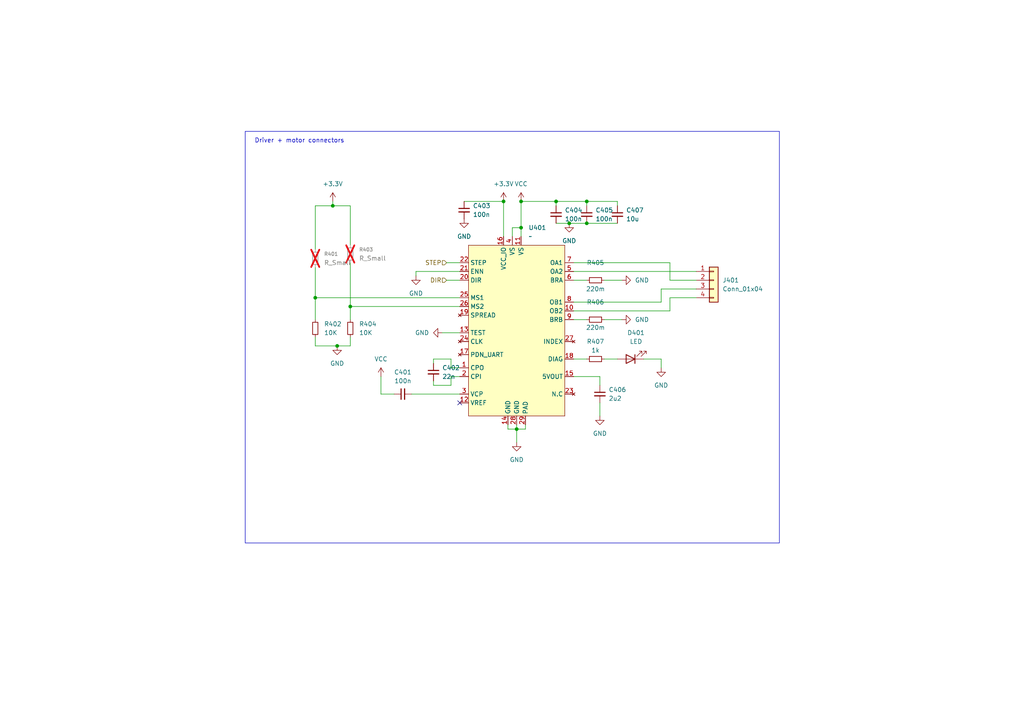
<source format=kicad_sch>
(kicad_sch (version 20250114) (generator "eeschema") (generator_version "9.0")
  (paper "A4")
  (title_block (title "Flynn") (date "21/01/2026"))
  (lib_symbols
    (symbol "Connector_Generic:Conn_01x04" (pin_names (offset 1.016) (hide yes))
      (property "Reference" "J" (at 0 5.08 0))
      (property "Value" "Conn_01x04" (at 0 -7.62 0))
      (symbol "Conn_01x04_1_1"
        (rectangle (start -1.27 3.81) (end 1.27 -6.35) (stroke (width 0.254)) (fill (type background)))
        (rectangle (start -1.27 2.667) (end 0 2.413) (stroke (width 0.1524)))
        (rectangle (start -1.27 0.127) (end 0 -0.127) (stroke (width 0.1524)))
        (rectangle (start -1.27 -2.413) (end 0 -2.667) (stroke (width 0.1524)))
        (rectangle (start -1.27 -4.953) (end 0 -5.207) (stroke (width 0.1524)))
        (pin passive line (at -5.08 2.54 0) (length 3.81) (name "Pin_1") (number "1"))
        (pin passive line (at -5.08 0 0) (length 3.81) (name "Pin_2") (number "2"))
        (pin passive line (at -5.08 -2.54 0) (length 3.81) (name "Pin_3") (number "3"))
        (pin passive line (at -5.08 -5.08 0) (length 3.81) (name "Pin_4") (number "4"))
      )
    )
    (symbol "Device:C_Small" (pin_numbers (hide yes)) (pin_names (offset 0.254) (hide yes))
      (property "Reference" "C" (at 0.254 1.778 0))
      (property "Value" "C_Small" (at 0.254 -2.032 0))
      (symbol "C_Small_0_1"
        (polyline (pts (xy -1.524 0.508) (xy 1.524 0.508)) (stroke (width 0.3048)))
        (polyline (pts (xy -1.524 -0.508) (xy 1.524 -0.508)) (stroke (width 0.3302)))
      )
      (symbol "C_Small_1_1"
        (pin passive line (at 0 2.54 270) (length 2.032) (name "~") (number "1"))
        (pin passive line (at 0 -2.54 90) (length 2.032) (name "~") (number "2"))
      )
    )
    (symbol "Device:LED" (pin_numbers (hide yes)) (pin_names (offset 1.016) (hide yes))
      (property "Reference" "D" (at 0 2.54 0))
      (property "Value" "LED" (at 0 -2.54 0))
      (symbol "LED_0_1"
        (polyline (pts (xy -3.048 -0.762) (xy -4.572 -2.286) (xy -3.81 -2.286) (xy -4.572 -2.286) (xy -4.572 -1.524)))
        (polyline (pts (xy -1.778 -0.762) (xy -3.302 -2.286) (xy -2.54 -2.286) (xy -3.302 -2.286) (xy -3.302 -1.524)))
        (polyline (pts (xy -1.27 0) (xy 1.27 0)))
        (polyline (pts (xy -1.27 -1.27) (xy -1.27 1.27)) (stroke (width 0.254)))
        (polyline (pts (xy 1.27 -1.27) (xy 1.27 1.27) (xy -1.27 0) (xy 1.27 -1.27)) (stroke (width 0.254)))
      )
      (symbol "LED_1_1"
        (pin passive line (at -3.81 0 0) (length 2.54) (name "K") (number "1"))
        (pin passive line (at 3.81 0 180) (length 2.54) (name "A") (number "2"))
      )
    )
    (symbol "Device:R_Small" (pin_numbers (hide yes)) (pin_names (offset 0.254) (hide yes))
      (property "Reference" "R" (at 0.762 0.508 0))
      (property "Value" "R_Small" (at 0.762 -1.016 0))
      (symbol "R_Small_0_1"
        (rectangle (start -0.762 1.778) (end 0.762 -1.778) (stroke (width 0.2032)))
      )
      (symbol "R_Small_1_1"
        (pin passive line (at 0 2.54 270) (length 0.762) (name "~") (number "1"))
        (pin passive line (at 0 -2.54 90) (length 0.762) (name "~") (number "2"))
      )
    )
    (symbol "GND_1" (power) (pin_numbers (hide yes)) (pin_names (offset 0) (hide yes))
      (property "Value" "GND" (at 0 -3.81 0))
      (symbol "GND_1_0_1"
        (polyline (pts (xy 0 0) (xy 0 -1.27) (xy 1.27 -1.27) (xy 0 -2.54) (xy -1.27 -1.27) (xy 0 -1.27)))
      )
      (symbol "GND_1_1_1"
        (pin power_in line (at 0 0 270) (length 0) (name "~") (number "1"))
      )
    )
    (symbol "GND_2" (power) (pin_numbers (hide yes)) (pin_names (offset 0) (hide yes))
      (property "Value" "GND" (at 0 -3.81 0))
      (symbol "GND_2_0_1"
        (polyline (pts (xy 0 0) (xy 0 -1.27) (xy 1.27 -1.27) (xy 0 -2.54) (xy -1.27 -1.27) (xy 0 -1.27)))
      )
      (symbol "GND_2_1_1"
        (pin power_in line (at 0 0 270) (length 0) (name "~") (number "1"))
      )
    )
    (symbol "R_Small_1" (pin_numbers (hide yes)) (pin_names (offset 0.254) (hide yes))
      (property "Reference" "R" (at 0 0 90))
      (property "Value" "R_Small" (at 1.778 0 90))
      (symbol "R_Small_1_0_1"
        (rectangle (start -0.762 1.778) (end 0.762 -1.778) (stroke (width 0.2032)))
      )
      (symbol "R_Small_1_1_1"
        (pin passive line (at 0 2.54 270) (length 0.762) (name "~") (number "1"))
        (pin passive line (at 0 -2.54 90) (length 0.762) (name "~") (number "2"))
      )
    )
    (symbol "R_Small_2" (pin_numbers (hide yes)) (pin_names (offset 0.254) (hide yes))
      (property "Reference" "R" (at 0 0 90))
      (property "Value" "R_Small" (at 1.778 0 90))
      (symbol "R_Small_2_0_1"
        (rectangle (start -0.762 1.778) (end 0.762 -1.778) (stroke (width 0.2032)))
      )
      (symbol "R_Small_2_1_1"
        (pin passive line (at 0 2.54 270) (length 0.762) (name "~") (number "1"))
        (pin passive line (at 0 -2.54 90) (length 0.762) (name "~") (number "2"))
      )
    )
    (symbol "my_lib:TMC2225"
      (property "Reference" "U" (at 13.462 45.212 0))
      (symbol "TMC2225_1_1"
        (rectangle (start -5.08 41.91) (end 22.86 -7.62) (fill (type color) (color 255 255 194 1)))
        (pin input line (at -7.62 36.83 0) (length 2.54) (name "STEP") (number "22"))
        (pin input line (at -7.62 34.29 0) (length 2.54) (name "ENN") (number "21"))
        (pin input line (at -7.62 31.75 0) (length 2.54) (name "DIR") (number "20"))
        (pin input line (at -7.62 26.67 0) (length 2.54) (name "MS1") (number "25"))
        (pin input line (at -7.62 24.13 0) (length 2.54) (name "MS2") (number "26"))
        (pin no_connect line (at -7.62 21.59 0) (length 2.54) (name "SPREAD") (number "19"))
        (pin input line (at -7.62 16.51 0) (length 2.54) (name "TEST") (number "13"))
        (pin no_connect line (at -7.62 13.97 0) (length 2.54) (name "CLK") (number "24"))
        (pin no_connect line (at -7.62 10.16 0) (length 2.54) (name "PDN_UART") (number "17"))
        (pin passive line (at -7.62 6.35 0) (length 2.54) (name "CPO") (number "1"))
        (pin passive line (at -7.62 3.81 0) (length 2.54) (name "CPI") (number "2"))
        (pin passive line (at -7.62 -1.27 0) (length 2.54) (name "VCP") (number "3"))
        (pin input line (at -7.62 -3.81 0) (length 2.54) (name "VREF") (number "12"))
        (pin input line (at 5.08 44.45 270) (length 2.54) (name "VCC_IO") (number "16"))
        (pin input line (at 6.35 -10.16 90) (length 2.54) (name "GND") (number "14"))
        (pin input line (at 7.62 44.45 270) (length 2.54) (name "VS") (number "4"))
        (pin input line (at 8.89 -10.16 90) (length 2.54) (name "GND") (number "28"))
        (pin input line (at 10.16 44.45 270) (length 2.54) (name "VS") (number "11"))
        (pin input line (at 11.43 -10.16 90) (length 2.54) (name "PAD") (number "29"))
        (pin output line (at 25.4 36.83 180) (length 2.54) (name "OA1") (number "7"))
        (pin output line (at 25.4 34.29 180) (length 2.54) (name "OA2") (number "5"))
        (pin output line (at 25.4 31.75 180) (length 2.54) (name "BRA") (number "6"))
        (pin output line (at 25.4 25.4 180) (length 2.54) (name "OB1") (number "8"))
        (pin output line (at 25.4 22.86 180) (length 2.54) (name "OB2") (number "10"))
        (pin output line (at 25.4 20.32 180) (length 2.54) (name "BRB") (number "9"))
        (pin no_connect line (at 25.4 13.97 180) (length 2.54) (name "INDEX") (number "27"))
        (pin output line (at 25.4 8.89 180) (length 2.54) (name "DIAG") (number "18"))
        (pin passive line (at 25.4 3.81 180) (length 2.54) (name "5VOUT") (number "15"))
        (pin no_connect line (at 25.4 -1.27 180) (length 2.54) (name "N.C") (number "23"))
      )
    )
    (symbol "power:+3.3V" (power) (pin_names (offset 0))
      (property "Value" "+3.3V" (at 0 3.556 0))
      (symbol "+3.3V_0_1"
        (polyline (pts (xy -0.762 1.27) (xy 0 2.54)))
        (polyline (pts (xy 0 2.54) (xy 0.762 1.27)))
        (polyline (pts (xy 0 0) (xy 0 2.54)))
      )
      (symbol "+3.3V_1_1"
        (pin power_in line (at 0 0 90) (length 0) (hide yes) (name "+3.3V") (number "1"))
      )
    )
    (symbol "power:GND" (power) (pin_names (offset 0))
      (property "Value" "GND" (at 0 -3.81 0))
      (symbol "GND_0_1"
        (polyline (pts (xy 0 0) (xy 0 -1.27) (xy 1.27 -1.27) (xy 0 -2.54) (xy -1.27 -1.27) (xy 0 -1.27)))
      )
      (symbol "GND_1_1"
        (pin power_in line (at 0 0 270) (length 0) (hide yes) (name "GND") (number "1"))
      )
    )
    (symbol "power:VCC" (power) (pin_names (offset 0))
      (property "Value" "VCC" (at 0 3.81 0))
      (symbol "VCC_0_1"
        (polyline (pts (xy -0.762 1.27) (xy 0 2.54)))
        (polyline (pts (xy 0 2.54) (xy 0.762 1.27)))
        (polyline (pts (xy 0 0) (xy 0 2.54)))
      )
      (symbol "VCC_1_1"
        (pin power_in line (at 0 0 90) (length 0) (hide yes) (name "VCC") (number "1"))
      )
    )
  )
  (rectangle (start 71.12 38.1) (end 226.06 157.48))
  (text "Driver + motor connectors\n" (at 86.868 40.894 0) (effects (font (size 1.27 1.27))))
  (junction (at 149.86 124.46))
  (junction (at 146.05 58.42))
  (junction (at 170.18 58.42))
  (junction (at 97.79 100.33))
  (junction (at 91.44 86.36))
  (junction (at 101.6 88.9))
  (junction (at 165.1 64.77))
  (junction (at 161.29 58.42))
  (junction (at 151.13 58.42))
  (junction (at 151.13 66.04))
  (junction (at 170.18 64.77))
  (junction (at 96.52 59.69))
  (no_connect (at 133.35 116.84))
  (wire (pts (xy 133.35 78.74) (xy 120.65 78.74)))
  (wire (pts (xy 91.44 59.69) (xy 91.44 72.39)))
  (wire (pts (xy 161.29 58.42) (xy 161.29 59.69)))
  (wire (pts (xy 96.52 59.69) (xy 101.6 59.69)))
  (wire (pts (xy 170.18 64.77) (xy 179.07 64.77)))
  (wire (pts (xy 151.13 58.42) (xy 161.29 58.42)))
  (wire (pts (xy 166.37 87.63) (xy 191.77 87.63)))
  (wire (pts (xy 166.37 78.74) (xy 201.93 78.74)))
  (wire (pts (xy 194.31 81.28) (xy 201.93 81.28)))
  (wire (pts (xy 148.59 68.58) (xy 148.59 66.04)))
  (wire (pts (xy 133.35 109.22) (xy 130.81 109.22)))
  (wire (pts (xy 151.13 58.42) (xy 151.13 66.04)))
  (wire (pts (xy 152.4 123.19) (xy 152.4 124.46)))
  (wire (pts (xy 166.37 81.28) (xy 170.18 81.28)))
  (wire (pts (xy 175.26 92.71) (xy 180.34 92.71)))
  (wire (pts (xy 148.59 66.04) (xy 151.13 66.04)))
  (wire (pts (xy 133.35 106.68) (xy 130.81 106.68)))
  (wire (pts (xy 96.52 59.69) (xy 96.52 58.42)))
  (wire (pts (xy 175.26 81.28) (xy 180.34 81.28)))
  (wire (pts (xy 146.05 58.42) (xy 146.05 68.58)))
  (wire (pts (xy 170.18 58.42) (xy 170.18 59.69)))
  (wire (pts (xy 165.1 64.77) (xy 170.18 64.77)))
  (wire (pts (xy 125.73 110.49) (xy 125.73 111.76)))
  (wire (pts (xy 151.13 66.04) (xy 151.13 68.58)))
  (wire (pts (xy 125.73 104.14) (xy 125.73 105.41)))
  (wire (pts (xy 175.26 104.14) (xy 179.07 104.14)))
  (wire (pts (xy 194.31 76.2) (xy 194.31 81.28)))
  (wire (pts (xy 130.81 106.68) (xy 130.81 104.14)))
  (wire (pts (xy 128.27 96.52) (xy 133.35 96.52)))
  (wire (pts (xy 130.81 111.76) (xy 125.73 111.76)))
  (wire (pts (xy 134.62 58.42) (xy 146.05 58.42)))
  (wire (pts (xy 91.44 97.79) (xy 91.44 100.33)))
  (wire (pts (xy 114.3 114.3) (xy 110.49 114.3)))
  (wire (pts (xy 101.6 59.69) (xy 101.6 71.12)))
  (wire (pts (xy 101.6 100.33) (xy 101.6 97.79)))
  (wire (pts (xy 152.4 124.46) (xy 149.86 124.46)))
  (wire (pts (xy 147.32 123.19) (xy 147.32 124.46)))
  (wire (pts (xy 129.54 81.28) (xy 133.35 81.28)))
  (wire (pts (xy 120.65 78.74) (xy 120.65 80.01)))
  (wire (pts (xy 161.29 64.77) (xy 165.1 64.77)))
  (wire (pts (xy 119.38 114.3) (xy 133.35 114.3)))
  (wire (pts (xy 191.77 87.63) (xy 191.77 83.82)))
  (wire (pts (xy 91.44 100.33) (xy 97.79 100.33)))
  (wire (pts (xy 91.44 92.71) (xy 91.44 86.36)))
  (wire (pts (xy 173.99 116.84) (xy 173.99 120.65)))
  (wire (pts (xy 191.77 83.82) (xy 201.93 83.82)))
  (wire (pts (xy 91.44 77.47) (xy 91.44 86.36)))
  (wire (pts (xy 130.81 104.14) (xy 125.73 104.14)))
  (wire (pts (xy 91.44 59.69) (xy 96.52 59.69)))
  (wire (pts (xy 97.79 100.33) (xy 101.6 100.33)))
  (wire (pts (xy 191.77 104.14) (xy 191.77 106.68)))
  (wire (pts (xy 166.37 104.14) (xy 170.18 104.14)))
  (wire (pts (xy 194.31 90.17) (xy 194.31 86.36)))
  (wire (pts (xy 129.54 76.2) (xy 133.35 76.2)))
  (wire (pts (xy 130.81 109.22) (xy 130.81 111.76)))
  (wire (pts (xy 186.69 104.14) (xy 191.77 104.14)))
  (wire (pts (xy 101.6 88.9) (xy 133.35 88.9)))
  (wire (pts (xy 179.07 58.42) (xy 170.18 58.42)))
  (wire (pts (xy 149.86 124.46) (xy 149.86 128.27)))
  (wire (pts (xy 173.99 109.22) (xy 173.99 111.76)))
  (wire (pts (xy 110.49 114.3) (xy 110.49 109.22)))
  (wire (pts (xy 166.37 109.22) (xy 173.99 109.22)))
  (wire (pts (xy 147.32 124.46) (xy 149.86 124.46)))
  (wire (pts (xy 101.6 76.2) (xy 101.6 88.9)))
  (wire (pts (xy 161.29 58.42) (xy 170.18 58.42)))
  (wire (pts (xy 101.6 92.71) (xy 101.6 88.9)))
  (wire (pts (xy 149.86 124.46) (xy 149.86 123.19)))
  (wire (pts (xy 91.44 86.36) (xy 133.35 86.36)))
  (wire (pts (xy 166.37 76.2) (xy 194.31 76.2)))
  (wire (pts (xy 179.07 59.69) (xy 179.07 58.42)))
  (wire (pts (xy 194.31 86.36) (xy 201.93 86.36)))
  (wire (pts (xy 166.37 90.17) (xy 194.31 90.17)))
  (wire (pts (xy 166.37 92.71) (xy 170.18 92.71)))
  (hierarchical_label "STEP" (shape input) (at 129.54 76.2 180))
  (hierarchical_label "DIR" (shape input) (at 129.54 81.28 180))
  (symbol (lib_name "R_Small_2") (lib_id "Device:R_Small") (at 101.6 73.66 0) (unit 1) (dnp yes)
    (property "Reference" "R203" (at 104.14 72.3899 0) (effects (font (size 1.016 1.016)) (justify left)))
    (property "Value" "R_Small" (at 104.14 74.9299 0) (effects (justify left)))
    (property "Footprint" "Resistor_SMD:R_0603_1608Metric" (effects (hide yes)))
    (property "Description" "Resistor, small symbol" (effects (hide yes)))
    (instances (project "" (path "" (reference "R403") (unit 1)) (path "" (reference "R203") (unit 1))))
  )
  (symbol (lib_id "power:GND") (at 180.34 92.71 90) (unit 1)
    (property "Reference" "#PWR0213" (effects (hide yes)))
    (property "Value" "GND" (at 184.15 92.7099 90) (effects (justify right)))
    (property "Description" "Power symbol creates a global label with name \"GND\" , ground" (effects (hide yes)))
    (instances (project "flynn_mainboard" (path "" (reference "#PWR0413") (unit 1)) (path "" (reference "#PWR0213") (unit 1))))
  )
  (symbol (lib_id "power:VCC") (at 151.13 58.42 0) (unit 1)
    (property "Reference" "#PWR0209" (effects (hide yes)))
    (property "Value" "VCC" (at 151.13 53.34 0))
    (property "Description" "Power symbol creates a global label with name \"VCC\"" (effects (hide yes)))
    (instances (project "flynn_mainboard" (path "" (reference "#PWR0409") (unit 1)) (path "" (reference "#PWR0209") (unit 1))))
  )
  (symbol (lib_id "Connector_Generic:Conn_01x04") (at 207.01 81.28 0) (unit 1)
    (property "Reference" "J201" (at 209.55 81.2799 0) (effects (justify left)))
    (property "Value" "Conn_01x04" (at 209.55 83.8199 0) (effects (justify left)))
    (property "Footprint" "Connector_JST:JST_PH_B4B-PH-K_1x04_P2.00mm_Vertical" (effects (hide yes)))
    (property "Description" "Generic connector, single row, 01x04, script generated (kicad-library-utils/schlib/autogen/connector/)" (effects (hide yes)))
    (instances (project "flynn_mainboard" (path "" (reference "J401") (unit 1)) (path "" (reference "J201") (unit 1))))
  )
  (symbol (lib_id "Device:C_Small") (at 173.99 114.3 0) (unit 1)
    (property "Reference" "C206" (at 176.53 113.0362 0) (effects (justify left)))
    (property "Value" "2u2" (at 176.53 115.5762 0) (effects (justify left)))
    (property "Footprint" "Capacitor_SMD:C_0603_1608Metric" (effects (hide yes)))
    (property "Description" "Unpolarized capacitor, small symbol" (effects (hide yes)))
    (instances (project "flynn_mainboard" (path "" (reference "C406") (unit 1)) (path "" (reference "C206") (unit 1))))
  )
  (symbol (lib_id "power:GND") (at 180.34 81.28 90) (unit 1)
    (property "Reference" "#PWR0212" (effects (hide yes)))
    (property "Value" "GND" (at 184.15 81.2799 90) (effects (justify right)))
    (property "Description" "Power symbol creates a global label with name \"GND\" , ground" (effects (hide yes)))
    (instances (project "flynn_mainboard" (path "" (reference "#PWR0412") (unit 1)) (path "" (reference "#PWR0212") (unit 1))))
  )
  (symbol (lib_id "power:GND") (at 120.65 80.01 0) (unit 1)
    (property "Reference" "#PWR0204" (effects (hide yes)))
    (property "Value" "GND" (at 120.65 85.09 0))
    (property "Description" "Power symbol creates a global label with name \"GND\" , ground" (effects (hide yes)))
    (instances (project "flynn_mainboard" (path "" (reference "#PWR0404") (unit 1)) (path "" (reference "#PWR0204") (unit 1))))
  )
  (symbol (lib_id "power:+3.3V") (at 96.52 58.42 0) (unit 1)
    (property "Reference" "#PWR0201" (effects (hide yes)))
    (property "Value" "+3.3V" (at 96.52 53.34 0))
    (property "Description" "Power symbol creates a global label with name \"+3.3V\"" (effects (hide yes)))
    (instances (project "flynn_mainboard" (path "" (reference "#PWR0401") (unit 1)) (path "" (reference "#PWR0201") (unit 1))))
  )
  (symbol (lib_id "Device:C_Small") (at 161.29 62.23 0) (unit 1)
    (property "Reference" "C204" (at 163.83 60.9662 0) (effects (justify left)))
    (property "Value" "100n" (at 163.83 63.5062 0) (effects (justify left)))
    (property "Footprint" "Capacitor_SMD:C_0603_1608Metric" (effects (hide yes)))
    (property "Description" "Unpolarized capacitor, small symbol" (effects (hide yes)))
    (instances (project "" (path "" (reference "C404") (unit 1)) (path "" (reference "C204") (unit 1))))
  )
  (symbol (lib_id "power:GND") (at 191.77 106.68 0) (unit 1)
    (property "Reference" "#PWR0214" (effects (hide yes)))
    (property "Value" "GND" (at 191.77 111.76 0))
    (property "Description" "Power symbol creates a global label with name \"GND\" , ground" (effects (hide yes)))
    (instances (project "flynn_mainboard" (path "" (reference "#PWR0414") (unit 1)) (path "" (reference "#PWR0214") (unit 1))))
  )
  (symbol (lib_name "GND_2") (lib_id "power:GND") (at 134.62 63.5 0) (unit 1)
    (property "Reference" "#PWR0206" (effects (hide yes)))
    (property "Value" "GND" (at 134.62 68.58 0))
    (property "Description" "Power symbol creates a global label with name \"GND\" , ground" (effects (hide yes)))
    (instances (project "" (path "" (reference "#PWR0406") (unit 1)) (path "" (reference "#PWR0206") (unit 1))))
  )
  (symbol (lib_id "Device:C_Small") (at 170.18 62.23 0) (unit 1)
    (property "Reference" "C205" (at 172.72 60.9662 0) (effects (justify left)))
    (property "Value" "100n" (at 172.72 63.5062 0) (effects (justify left)))
    (property "Footprint" "Capacitor_SMD:C_0603_1608Metric" (effects (hide yes)))
    (property "Description" "Unpolarized capacitor, small symbol" (effects (hide yes)))
    (instances (project "" (path "" (reference "C405") (unit 1)) (path "" (reference "C205") (unit 1))))
  )
  (symbol (lib_name "R_Small_1") (lib_id "Device:R_Small") (at 91.44 74.93 0) (unit 1) (dnp yes)
    (property "Reference" "R201" (at 93.98 73.6599 0) (effects (font (size 1.016 1.016)) (justify left)))
    (property "Value" "R_Small" (at 93.98 76.1999 0) (effects (justify left)))
    (property "Footprint" "Resistor_SMD:R_0603_1608Metric" (effects (hide yes)))
    (property "Description" "Resistor, small symbol" (effects (hide yes)))
    (instances (project "" (path "" (reference "R401") (unit 1)) (path "" (reference "R201") (unit 1))))
  )
  (symbol (lib_id "my_lib:TMC2225") (at 140.97 113.03 0) (unit 1)
    (property "Reference" "U201" (at 153.2733 66.04 0) (effects (justify left)))
    (property "Value" "~" (at 153.2733 68.58 0) (effects (justify left)))
    (property "Footprint" "Package_SO:HTSSOP-28-1EP_4.4x9.7mm_P0.65mm_EP2.85x5.4mm_ThermalVias" (effects (hide yes)))
    (instances (project "flynn_mainboard" (path "" (reference "U401") (unit 1)) (path "" (reference "U201") (unit 1))))
  )
  (symbol (lib_id "power:GND") (at 149.86 128.27 0) (unit 1)
    (property "Reference" "#PWR0208" (effects (hide yes)))
    (property "Value" "GND" (at 149.86 133.35 0))
    (property "Description" "Power symbol creates a global label with name \"GND\" , ground" (effects (hide yes)))
    (instances (project "flynn_mainboard" (path "" (reference "#PWR0408") (unit 1)) (path "" (reference "#PWR0208") (unit 1))))
  )
  (symbol (lib_id "Device:C_Small") (at 116.84 114.3 90) (unit 1)
    (property "Reference" "C201" (at 116.8463 107.95 90))
    (property "Value" "100n" (at 116.8463 110.49 90))
    (property "Footprint" "Capacitor_SMD:C_0603_1608Metric" (effects (hide yes)))
    (property "Description" "Unpolarized capacitor, small symbol" (effects (hide yes)))
    (instances (project "flynn_mainboard" (path "" (reference "C401") (unit 1)) (path "" (reference "C201") (unit 1))))
  )
  (symbol (lib_id "Device:C_Small") (at 125.73 107.95 0) (unit 1)
    (property "Reference" "C202" (at 128.27 106.6862 0) (effects (justify left)))
    (property "Value" "22n" (at 128.27 109.2262 0) (effects (justify left)))
    (property "Footprint" "Capacitor_SMD:C_0603_1608Metric" (effects (hide yes)))
    (property "Description" "Unpolarized capacitor, small symbol" (effects (hide yes)))
    (instances (project "flynn_mainboard" (path "" (reference "C402") (unit 1)) (path "" (reference "C202") (unit 1))))
  )
  (symbol (lib_name "GND_1") (lib_id "power:GND") (at 165.1 64.77 0) (unit 1)
    (property "Reference" "#PWR0210" (effects (hide yes)))
    (property "Value" "GND" (at 165.1 69.85 0))
    (property "Description" "Power symbol creates a global label with name \"GND\" , ground" (effects (hide yes)))
    (instances (project "" (path "" (reference "#PWR0410") (unit 1)) (path "" (reference "#PWR0210") (unit 1))))
  )
  (symbol (lib_id "Device:C_Small") (at 134.62 60.96 0) (unit 1)
    (property "Reference" "C203" (at 137.16 59.6962 0) (effects (justify left)))
    (property "Value" "100n" (at 137.16 62.2362 0) (effects (justify left)))
    (property "Footprint" "Capacitor_SMD:C_0603_1608Metric" (effects (hide yes)))
    (property "Description" "Unpolarized capacitor, small symbol" (effects (hide yes)))
    (instances (project "" (path "" (reference "C403") (unit 1)) (path "" (reference "C203") (unit 1))))
  )
  (symbol (lib_id "Device:R_Small") (at 172.72 92.71 90) (unit 1)
    (property "Reference" "R206" (at 172.72 87.63 90))
    (property "Value" "220m" (at 172.72 94.996 90))
    (property "Footprint" "Resistor_SMD:R_1206_3216Metric" (effects (hide yes)))
    (property "Description" "Resistor, small symbol" (effects (hide yes)))
    (instances (project "flynn_mainboard" (path "" (reference "R406") (unit 1)) (path "" (reference "R206") (unit 1))))
  )
  (symbol (lib_id "Device:C_Small") (at 179.07 62.23 0) (unit 1)
    (property "Reference" "C207" (at 181.61 60.9662 0) (effects (justify left)))
    (property "Value" "10u" (at 181.61 63.5062 0) (effects (justify left)))
    (property "Footprint" "Capacitor_SMD:C_0805_2012Metric" (effects (hide yes)))
    (property "Description" "Unpolarized capacitor, small symbol" (effects (hide yes)))
    (instances (project "" (path "" (reference "C407") (unit 1)) (path "" (reference "C207") (unit 1))))
  )
  (symbol (lib_id "power:GND") (at 128.27 96.52 270) (unit 1)
    (property "Reference" "#PWR0205" (effects (hide yes)))
    (property "Value" "GND" (at 124.46 96.5199 90) (effects (justify right)))
    (property "Description" "Power symbol creates a global label with name \"GND\" , ground" (effects (hide yes)))
    (instances (project "flynn_mainboard" (path "" (reference "#PWR0405") (unit 1)) (path "" (reference "#PWR0205") (unit 1))))
  )
  (symbol (lib_id "Device:R_Small") (at 172.72 81.28 90) (unit 1)
    (property "Reference" "R205" (at 172.72 76.2 90))
    (property "Value" "220m" (at 172.72 83.82 90))
    (property "Footprint" "Resistor_SMD:R_1206_3216Metric" (effects (hide yes)))
    (property "Description" "Resistor, small symbol" (effects (hide yes)))
    (instances (project "flynn_mainboard" (path "" (reference "R405") (unit 1)) (path "" (reference "R205") (unit 1))))
  )
  (symbol (lib_id "power:GND") (at 173.99 120.65 0) (unit 1)
    (property "Reference" "#PWR0211" (effects (hide yes)))
    (property "Value" "GND" (at 173.99 125.73 0))
    (property "Description" "Power symbol creates a global label with name \"GND\" , ground" (effects (hide yes)))
    (instances (project "flynn_mainboard" (path "" (reference "#PWR0411") (unit 1)) (path "" (reference "#PWR0211") (unit 1))))
  )
  (symbol (lib_id "Device:LED") (at 182.88 104.14 180) (unit 1)
    (property "Reference" "D201" (at 184.4675 96.52 0))
    (property "Value" "LED" (at 184.4675 99.06 0))
    (property "Footprint" "LED_SMD:LED_0603_1608Metric" (effects (hide yes)))
    (property "Description" "Light emitting diode" (effects (hide yes)))
    (instances (project "flynn_mainboard" (path "" (reference "D401") (unit 1)) (path "" (reference "D201") (unit 1))))
  )
  (symbol (lib_id "power:+3.3V") (at 146.05 58.42 0) (unit 1)
    (property "Reference" "#PWR0207" (effects (hide yes)))
    (property "Value" "+3.3V" (at 146.05 53.34 0))
    (property "Description" "Power symbol creates a global label with name \"+3.3V\"" (effects (hide yes)))
    (instances (project "flynn_mainboard" (path "" (reference "#PWR0407") (unit 1)) (path "" (reference "#PWR0207") (unit 1))))
  )
  (symbol (lib_id "Device:R_Small") (at 172.72 104.14 90) (unit 1)
    (property "Reference" "R207" (at 172.72 99.06 90))
    (property "Value" "1k" (at 172.72 101.6 90))
    (property "Footprint" "Resistor_SMD:R_0603_1608Metric" (effects (hide yes)))
    (property "Description" "Resistor, small symbol" (effects (hide yes)))
    (instances (project "flynn_mainboard" (path "" (reference "R407") (unit 1)) (path "" (reference "R207") (unit 1))))
  )
  (symbol (lib_id "Device:R_Small") (at 101.6 95.25 0) (unit 1)
    (property "Reference" "R204" (at 104.14 93.9799 0) (effects (justify left)))
    (property "Value" "10K" (at 104.14 96.5199 0) (effects (justify left)))
    (property "Footprint" "Resistor_SMD:R_0603_1608Metric" (effects (hide yes)))
    (property "Description" "Resistor, small symbol" (effects (hide yes)))
    (instances (project "flynn_mainboard" (path "" (reference "R404") (unit 1)) (path "" (reference "R204") (unit 1))))
  )
  (symbol (lib_id "power:GND") (at 97.79 100.33 0) (unit 1)
    (property "Reference" "#PWR0202" (effects (hide yes)))
    (property "Value" "GND" (at 97.79 105.41 0))
    (property "Description" "Power symbol creates a global label with name \"GND\" , ground" (effects (hide yes)))
    (instances (project "flynn_mainboard" (path "" (reference "#PWR0402") (unit 1)) (path "" (reference "#PWR0202") (unit 1))))
  )
  (symbol (lib_id "power:VCC") (at 110.49 109.22 0) (unit 1)
    (property "Reference" "#PWR0203" (effects (hide yes)))
    (property "Value" "VCC" (at 110.49 104.14 0))
    (property "Description" "Power symbol creates a global label with name \"VCC\"" (effects (hide yes)))
    (instances (project "flynn_mainboard" (path "" (reference "#PWR0403") (unit 1)) (path "" (reference "#PWR0203") (unit 1))))
  )
  (symbol (lib_id "Device:R_Small") (at 91.44 95.25 0) (unit 1)
    (property "Reference" "R202" (at 93.98 93.9799 0) (effects (justify left)))
    (property "Value" "10K" (at 93.98 96.5199 0) (effects (justify left)))
    (property "Footprint" "Resistor_SMD:R_0603_1608Metric" (effects (hide yes)))
    (property "Description" "Resistor, small symbol" (effects (hide yes)))
    (instances (project "flynn_mainboard" (path "" (reference "R402") (unit 1)) (path "" (reference "R202") (unit 1))))
  )
)
</source>
